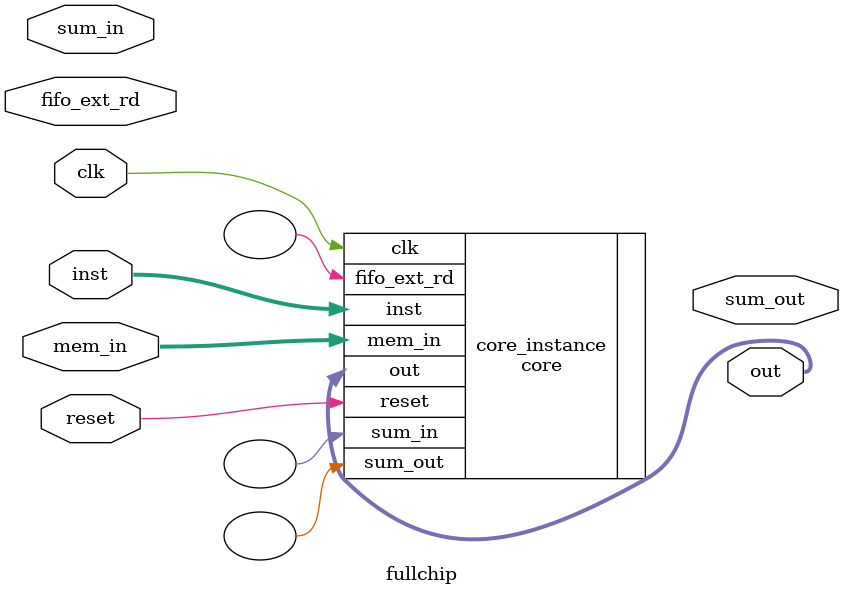
<source format=v>
module fullchip (clk, sum_in, sum_out, fifo_ext_rd, mem_in, out, inst, reset);

parameter col = 8;
parameter bw = 8;
parameter bw_psum = 2*bw+4;
parameter pr = 16;

input  clk;
input  [pr*bw-1:0] mem_in;
input  [18:0] inst;
input  reset;
output [bw_psum+3:0] sum_out;
output [bw_psum*col-1:0] out;
input [bw_psum+3:0] sum_in;
input fifo_ext_rd;


core #(.bw(bw), .bw_psum(bw_psum), .col(col), .pr(pr)) core_instance (
  	.reset(reset),
  	.clk(clk),
  	.mem_in(mem_in),
  	.inst(inst),
  	.sum_in(),
  	.sum_out(),
  	.fifo_ext_rd(),
  	.out(out)
);

endmodule


</source>
